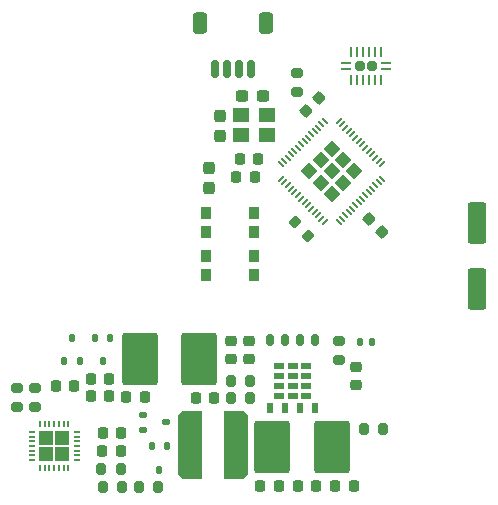
<source format=gbr>
%TF.GenerationSoftware,KiCad,Pcbnew,8.0.5-8.0.5-0~ubuntu24.04.1*%
%TF.CreationDate,2024-09-15T17:00:47-06:00*%
%TF.ProjectId,esp32-s3 single motor & battery controller,65737033-322d-4733-9320-73696e676c65,rev?*%
%TF.SameCoordinates,Original*%
%TF.FileFunction,Paste,Top*%
%TF.FilePolarity,Positive*%
%FSLAX46Y46*%
G04 Gerber Fmt 4.6, Leading zero omitted, Abs format (unit mm)*
G04 Created by KiCad (PCBNEW 8.0.5-8.0.5-0~ubuntu24.04.1) date 2024-09-15 17:00:47*
%MOMM*%
%LPD*%
G01*
G04 APERTURE LIST*
G04 Aperture macros list*
%AMRoundRect*
0 Rectangle with rounded corners*
0 $1 Rounding radius*
0 $2 $3 $4 $5 $6 $7 $8 $9 X,Y pos of 4 corners*
0 Add a 4 corners polygon primitive as box body*
4,1,4,$2,$3,$4,$5,$6,$7,$8,$9,$2,$3,0*
0 Add four circle primitives for the rounded corners*
1,1,$1+$1,$2,$3*
1,1,$1+$1,$4,$5*
1,1,$1+$1,$6,$7*
1,1,$1+$1,$8,$9*
0 Add four rect primitives between the rounded corners*
20,1,$1+$1,$2,$3,$4,$5,0*
20,1,$1+$1,$4,$5,$6,$7,0*
20,1,$1+$1,$6,$7,$8,$9,0*
20,1,$1+$1,$8,$9,$2,$3,0*%
%AMOutline5P*
0 Free polygon, 5 corners , with rotation*
0 The origin of the aperture is its center*
0 number of corners: always 5*
0 $1 to $10 corner X, Y*
0 $11 Rotation angle, in degrees counterclockwise*
0 create outline with 5 corners*
4,1,5,$1,$2,$3,$4,$5,$6,$7,$8,$9,$10,$1,$2,$11*%
%AMOutline6P*
0 Free polygon, 6 corners , with rotation*
0 The origin of the aperture is its center*
0 number of corners: always 6*
0 $1 to $12 corner X, Y*
0 $13 Rotation angle, in degrees counterclockwise*
0 create outline with 6 corners*
4,1,6,$1,$2,$3,$4,$5,$6,$7,$8,$9,$10,$11,$12,$1,$2,$13*%
%AMOutline7P*
0 Free polygon, 7 corners , with rotation*
0 The origin of the aperture is its center*
0 number of corners: always 7*
0 $1 to $14 corner X, Y*
0 $15 Rotation angle, in degrees counterclockwise*
0 create outline with 7 corners*
4,1,7,$1,$2,$3,$4,$5,$6,$7,$8,$9,$10,$11,$12,$13,$14,$1,$2,$15*%
%AMOutline8P*
0 Free polygon, 8 corners , with rotation*
0 The origin of the aperture is its center*
0 number of corners: always 8*
0 $1 to $16 corner X, Y*
0 $17 Rotation angle, in degrees counterclockwise*
0 create outline with 8 corners*
4,1,8,$1,$2,$3,$4,$5,$6,$7,$8,$9,$10,$11,$12,$13,$14,$15,$16,$1,$2,$17*%
G04 Aperture macros list end*
%ADD10C,0.000000*%
%ADD11RoundRect,0.237500X0.237500X-0.300000X0.237500X0.300000X-0.237500X0.300000X-0.237500X-0.300000X0*%
%ADD12R,1.400000X1.200000*%
%ADD13RoundRect,0.225000X-0.225000X-0.250000X0.225000X-0.250000X0.225000X0.250000X-0.225000X0.250000X0*%
%ADD14RoundRect,0.200000X0.200000X0.275000X-0.200000X0.275000X-0.200000X-0.275000X0.200000X-0.275000X0*%
%ADD15RoundRect,0.150000X0.150000X0.625000X-0.150000X0.625000X-0.150000X-0.625000X0.150000X-0.625000X0*%
%ADD16RoundRect,0.250000X0.350000X0.650000X-0.350000X0.650000X-0.350000X-0.650000X0.350000X-0.650000X0*%
%ADD17RoundRect,0.200000X-0.335876X-0.053033X-0.053033X-0.335876X0.335876X0.053033X0.053033X0.335876X0*%
%ADD18RoundRect,0.250001X1.262499X1.974999X-1.262499X1.974999X-1.262499X-1.974999X1.262499X-1.974999X0*%
%ADD19RoundRect,0.237500X0.237500X-0.287500X0.237500X0.287500X-0.237500X0.287500X-0.237500X-0.287500X0*%
%ADD20RoundRect,0.112500X-0.237500X0.112500X-0.237500X-0.112500X0.237500X-0.112500X0.237500X0.112500X0*%
%ADD21RoundRect,0.112500X-0.112500X-0.237500X0.112500X-0.237500X0.112500X0.237500X-0.112500X0.237500X0*%
%ADD22O,0.200000X0.599999*%
%ADD23O,0.599999X0.200000*%
%ADD24R,0.900000X1.000000*%
%ADD25RoundRect,0.225000X-0.335876X-0.017678X-0.017678X-0.335876X0.335876X0.017678X0.017678X0.335876X0*%
%ADD26Outline6P,-2.900000X0.630000X-2.480000X1.050000X2.480000X1.050000X2.900000X0.630000X2.900000X-1.050000X-2.900000X-1.050000X90.000000*%
%ADD27Outline6P,-2.900000X0.630000X-2.480000X1.050000X2.480000X1.050000X2.900000X0.630000X2.900000X-1.050000X-2.900000X-1.050000X270.000000*%
%ADD28RoundRect,0.225000X0.225000X0.250000X-0.225000X0.250000X-0.225000X-0.250000X0.225000X-0.250000X0*%
%ADD29RoundRect,0.112500X0.112500X0.237500X-0.112500X0.237500X-0.112500X-0.237500X0.112500X-0.237500X0*%
%ADD30RoundRect,0.250000X0.550000X-1.500000X0.550000X1.500000X-0.550000X1.500000X-0.550000X-1.500000X0*%
%ADD31RoundRect,0.250000X0.000000X-0.403051X0.403051X0.000000X0.000000X0.403051X-0.403051X0.000000X0*%
%ADD32RoundRect,0.050000X-0.212132X-0.282843X0.282843X0.212132X0.212132X0.282843X-0.282843X-0.212132X0*%
%ADD33RoundRect,0.050000X0.212132X-0.282843X0.282843X-0.212132X-0.212132X0.282843X-0.282843X0.212132X0*%
%ADD34R,0.900000X0.600000*%
%ADD35R,0.600000X0.900000*%
%ADD36RoundRect,0.150000X-0.150000X-0.375000X0.150000X-0.375000X0.150000X0.375000X-0.150000X0.375000X0*%
%ADD37RoundRect,0.200000X0.275000X-0.200000X0.275000X0.200000X-0.275000X0.200000X-0.275000X-0.200000X0*%
%ADD38RoundRect,0.225000X0.017678X-0.335876X0.335876X-0.017678X-0.017678X0.335876X-0.335876X0.017678X0*%
%ADD39RoundRect,0.225000X0.250000X-0.225000X0.250000X0.225000X-0.250000X0.225000X-0.250000X-0.225000X0*%
%ADD40RoundRect,0.147500X-0.147500X-0.172500X0.147500X-0.172500X0.147500X0.172500X-0.147500X0.172500X0*%
%ADD41RoundRect,0.237500X0.300000X0.237500X-0.300000X0.237500X-0.300000X-0.237500X0.300000X-0.237500X0*%
%ADD42RoundRect,0.200000X-0.275000X0.200000X-0.275000X-0.200000X0.275000X-0.200000X0.275000X0.200000X0*%
%ADD43RoundRect,0.202500X-0.202500X0.202500X-0.202500X-0.202500X0.202500X-0.202500X0.202500X0.202500X0*%
%ADD44RoundRect,0.062500X-0.350000X0.062500X-0.350000X-0.062500X0.350000X-0.062500X0.350000X0.062500X0*%
%ADD45RoundRect,0.062500X-0.062500X0.350000X-0.062500X-0.350000X0.062500X-0.350000X0.062500X0.350000X0*%
%ADD46RoundRect,0.225000X-0.250000X0.225000X-0.250000X-0.225000X0.250000X-0.225000X0.250000X0.225000X0*%
%ADD47RoundRect,0.200000X-0.200000X-0.275000X0.200000X-0.275000X0.200000X0.275000X-0.200000X0.275000X0*%
G04 APERTURE END LIST*
D10*
%TO.C,U4*%
G36*
X111900000Y-127300000D02*
G01*
X110752001Y-127300000D01*
X110752001Y-126152001D01*
X111900000Y-126152001D01*
X111900000Y-127300000D01*
G37*
G36*
X111900000Y-128647999D02*
G01*
X110752001Y-128647999D01*
X110752001Y-127500000D01*
X111900000Y-127500000D01*
X111900000Y-128647999D01*
G37*
G36*
X113247999Y-127300000D02*
G01*
X112100000Y-127300000D01*
X112100000Y-126152001D01*
X113247999Y-126152001D01*
X113247999Y-127300000D01*
G37*
G36*
X113247999Y-128647999D02*
G01*
X112100000Y-128647999D01*
X112100000Y-127500000D01*
X113247999Y-127500000D01*
X113247999Y-128647999D01*
G37*
%TD*%
D11*
%TO.C,C3*%
X126050000Y-101162501D03*
X126050000Y-99437499D03*
%TD*%
D12*
%TO.C,Y1*%
X130000000Y-99400000D03*
X127800000Y-99400000D03*
X127800000Y-101100000D03*
X130000000Y-101100000D03*
%TD*%
D13*
%TO.C,C9*%
X115125000Y-123200000D03*
X116675000Y-123200000D03*
%TD*%
D14*
%TO.C,R24*%
X128597548Y-123372800D03*
X126947548Y-123372800D03*
%TD*%
D13*
%TO.C,C21*%
X127425000Y-104600000D03*
X128975000Y-104600000D03*
%TD*%
D14*
%TO.C,R26*%
X117625000Y-129350000D03*
X115975000Y-129350000D03*
%TD*%
D13*
%TO.C,C15*%
X129475000Y-130750000D03*
X131025000Y-130750000D03*
%TD*%
D15*
%TO.C,J1*%
X128650000Y-95450000D03*
X127650000Y-95450000D03*
X126650000Y-95450000D03*
X125650000Y-95450000D03*
D16*
X129950000Y-91575000D03*
X124350000Y-91575000D03*
%TD*%
D17*
%TO.C,R21*%
X132366637Y-108416637D03*
X133533363Y-109583363D03*
%TD*%
D18*
%TO.C,R9*%
X124285048Y-120022800D03*
X119260048Y-120022800D03*
%TD*%
D19*
%TO.C,D3*%
X125150000Y-105575000D03*
X125150000Y-103825000D03*
%TD*%
D14*
%TO.C,R1*%
X117775000Y-130900000D03*
X116125000Y-130900000D03*
%TD*%
D20*
%TO.C,Q1*%
X119500000Y-124750000D03*
X119500000Y-126050000D03*
X121500000Y-125400000D03*
%TD*%
D13*
%TO.C,C16*%
X132650000Y-130750000D03*
X134200000Y-130750000D03*
%TD*%
D21*
%TO.C,Q5*%
X112872548Y-120222800D03*
X114172548Y-120222800D03*
X113522548Y-118222800D03*
%TD*%
D14*
%TO.C,R25*%
X128597548Y-121872800D03*
X126947548Y-121872800D03*
%TD*%
D13*
%TO.C,C10*%
X118125000Y-123272800D03*
X119675000Y-123272800D03*
%TD*%
D22*
%TO.C,U4*%
X113200000Y-125500001D03*
X112800001Y-125500001D03*
X112399999Y-125500001D03*
X112000000Y-125500001D03*
X111600001Y-125500001D03*
X111199999Y-125500001D03*
X110800000Y-125500001D03*
D23*
X110100001Y-126200000D03*
X110100001Y-126599999D03*
X110100001Y-127000001D03*
X110100001Y-127400000D03*
X110100001Y-127799999D03*
X110100001Y-128200001D03*
X110100001Y-128600000D03*
D22*
X110800000Y-129300001D03*
X111199999Y-129300001D03*
X111600001Y-129300001D03*
X112000000Y-129300001D03*
X112399999Y-129300001D03*
X112800001Y-129300001D03*
X113200000Y-129300001D03*
D23*
X113899999Y-128600000D03*
X113899999Y-128200001D03*
X113899999Y-127799999D03*
X113899999Y-127400000D03*
X113899999Y-127000001D03*
X113899999Y-126599999D03*
X113899999Y-126200000D03*
%TD*%
D13*
%TO.C,C5*%
X116125000Y-126300000D03*
X117675000Y-126300000D03*
%TD*%
D24*
%TO.C,SW2*%
X128950000Y-112900000D03*
X124850000Y-112900000D03*
X128950000Y-111300000D03*
X124850000Y-111300000D03*
%TD*%
D25*
%TO.C,C25*%
X138651992Y-108151992D03*
X139748008Y-109248008D03*
%TD*%
D26*
%TO.C,L2*%
X123500000Y-127350000D03*
D27*
X127400000Y-127350000D03*
%TD*%
D13*
%TO.C,C20*%
X127725000Y-103100000D03*
X129275000Y-103100000D03*
%TD*%
D28*
%TO.C,C8*%
X116675000Y-121700000D03*
X115125000Y-121700000D03*
%TD*%
D14*
%TO.C,R23*%
X120825000Y-130850000D03*
X119175000Y-130850000D03*
%TD*%
D29*
%TO.C,Q4*%
X116772548Y-118222800D03*
X115472548Y-118222800D03*
X116122548Y-120222800D03*
%TD*%
D30*
%TO.C,C41*%
X147800000Y-114100000D03*
X147800000Y-108500000D03*
%TD*%
D13*
%TO.C,C11*%
X124014056Y-123314438D03*
X125564056Y-123314438D03*
%TD*%
D24*
%TO.C,SW1*%
X128950000Y-109300000D03*
X124850000Y-109300000D03*
X128950000Y-107700000D03*
X124850000Y-107700000D03*
%TD*%
D31*
%TO.C,U5*%
X133619096Y-104150000D03*
X134559548Y-105090452D03*
X135500000Y-106030904D03*
X134559548Y-103209548D03*
X135500000Y-104150000D03*
X136440452Y-105090452D03*
X135500000Y-102269096D03*
X136440452Y-103209548D03*
X137380904Y-104150000D03*
D32*
X131222004Y-104751041D03*
X131504847Y-105033883D03*
X131787689Y-105316726D03*
X132070532Y-105599569D03*
X132353375Y-105882412D03*
X132636218Y-106165254D03*
X132919060Y-106448097D03*
X133201903Y-106730940D03*
X133484746Y-107013782D03*
X133767588Y-107296625D03*
X134050431Y-107579468D03*
X134333274Y-107862311D03*
X134616117Y-108145153D03*
X134898959Y-108427996D03*
D33*
X136101041Y-108427996D03*
X136383883Y-108145153D03*
X136666726Y-107862311D03*
X136949569Y-107579468D03*
X137232412Y-107296625D03*
X137515254Y-107013782D03*
X137798097Y-106730940D03*
X138080940Y-106448097D03*
X138363782Y-106165254D03*
X138646625Y-105882412D03*
X138929468Y-105599569D03*
X139212311Y-105316726D03*
X139495153Y-105033883D03*
X139777996Y-104751041D03*
D32*
X139777996Y-103548959D03*
X139495153Y-103266117D03*
X139212311Y-102983274D03*
X138929468Y-102700431D03*
X138646625Y-102417588D03*
X138363782Y-102134746D03*
X138080940Y-101851903D03*
X137798097Y-101569060D03*
X137515254Y-101286218D03*
X137232412Y-101003375D03*
X136949569Y-100720532D03*
X136666726Y-100437689D03*
X136383883Y-100154847D03*
X136101041Y-99872004D03*
D33*
X134898959Y-99872004D03*
X134616117Y-100154847D03*
X134333274Y-100437689D03*
X134050431Y-100720532D03*
X133767588Y-101003375D03*
X133484746Y-101286218D03*
X133201903Y-101569060D03*
X132919060Y-101851903D03*
X132636218Y-102134746D03*
X132353375Y-102417588D03*
X132070532Y-102700431D03*
X131787689Y-102983274D03*
X131504847Y-103266117D03*
X131222004Y-103548959D03*
%TD*%
D13*
%TO.C,C14*%
X116075000Y-127800000D03*
X117625000Y-127800000D03*
%TD*%
D34*
%TO.C,Q3*%
X133357548Y-120597800D03*
X132207548Y-120597800D03*
X131057548Y-120597800D03*
X133357548Y-121447800D03*
X132207548Y-121447800D03*
X131057548Y-121447800D03*
X133357548Y-122297800D03*
X132207548Y-122297800D03*
X131057548Y-122297800D03*
X133357548Y-123147800D03*
X132207548Y-123147800D03*
X131057548Y-123147800D03*
D35*
X134112548Y-124147800D03*
X132842548Y-124147800D03*
X131572548Y-124147800D03*
X130302548Y-124147800D03*
D36*
X134112548Y-118422800D03*
X132842548Y-118422800D03*
X131572548Y-118422800D03*
X130302548Y-118422800D03*
%TD*%
D37*
%TO.C,R12*%
X110400000Y-124125000D03*
X110400000Y-122475000D03*
%TD*%
D29*
%TO.C,Q2*%
X121550000Y-127400000D03*
X120250000Y-127400000D03*
X120900000Y-129400000D03*
%TD*%
D38*
%TO.C,C22*%
X133351992Y-99048008D03*
X134448008Y-97951992D03*
%TD*%
D39*
%TO.C,C29*%
X128472548Y-120047800D03*
X128472548Y-118497800D03*
%TD*%
D40*
%TO.C,D5*%
X137915000Y-118600000D03*
X138885000Y-118600000D03*
%TD*%
D41*
%TO.C,C4*%
X129662501Y-97800000D03*
X127937499Y-97800000D03*
%TD*%
D37*
%TO.C,R16*%
X132550000Y-97425000D03*
X132550000Y-95775000D03*
%TD*%
D42*
%TO.C,R31*%
X136100000Y-118475000D03*
X136100000Y-120125000D03*
%TD*%
D13*
%TO.C,C17*%
X135825000Y-130750000D03*
X137375000Y-130750000D03*
%TD*%
D42*
%TO.C,R13*%
X108900000Y-122475000D03*
X108900000Y-124125000D03*
%TD*%
D43*
%TO.C,U6*%
X138912500Y-95200000D03*
X137912500Y-95200000D03*
D44*
X140100000Y-94950000D03*
D45*
X139662500Y-94012500D03*
X139162500Y-94012500D03*
X138662500Y-94012500D03*
X138162500Y-94012500D03*
X137662500Y-94012500D03*
X137162500Y-94012500D03*
D44*
X136725000Y-94950000D03*
X136725000Y-95450000D03*
D45*
X137162500Y-96387500D03*
X137662500Y-96387500D03*
X138162500Y-96387500D03*
X138662500Y-96387500D03*
X139162500Y-96387500D03*
X139662500Y-96387500D03*
D44*
X140100000Y-95450000D03*
%TD*%
D13*
%TO.C,C7*%
X112125000Y-122300000D03*
X113675000Y-122300000D03*
%TD*%
D39*
%TO.C,C30*%
X126972548Y-120072800D03*
X126972548Y-118522800D03*
%TD*%
D18*
%TO.C,R22*%
X135512500Y-127500000D03*
X130487500Y-127500000D03*
%TD*%
D46*
%TO.C,C35*%
X137600000Y-120725000D03*
X137600000Y-122275000D03*
%TD*%
D47*
%TO.C,R36*%
X138225000Y-125950000D03*
X139875000Y-125950000D03*
%TD*%
M02*

</source>
